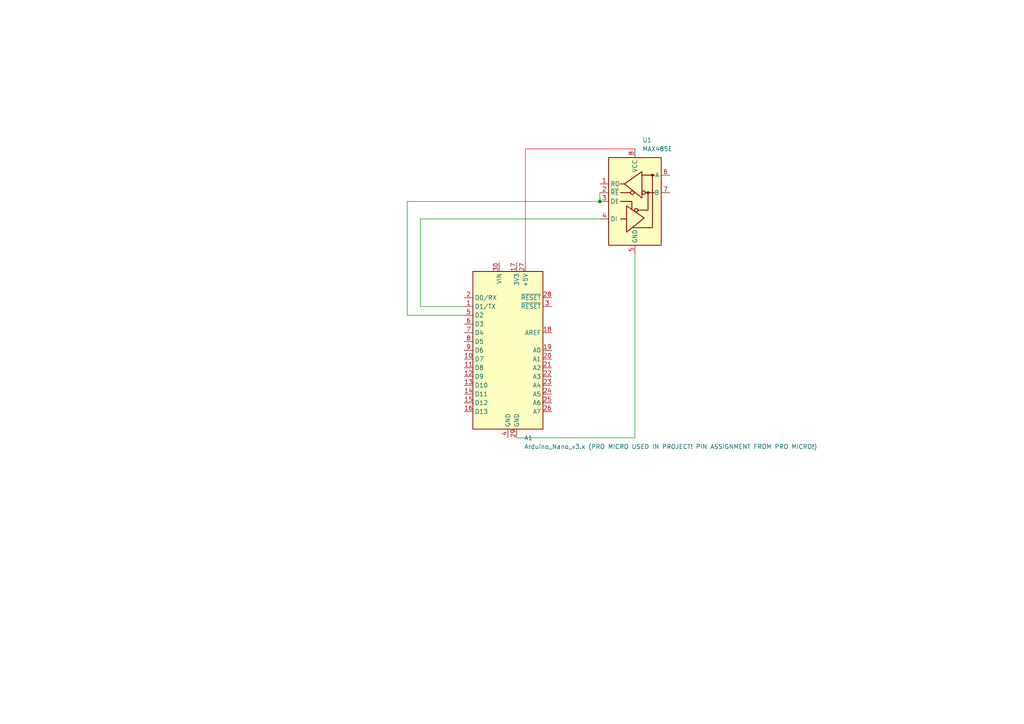
<source format=kicad_sch>
(kicad_sch (version 20250114) (generator "eeschema") (generator_version "9.0")
  (paper "A4")
  (title_block (title "ArtNetDMX Schaltplan") (date "2026-01-10") (rev "1") (company "Valentin König"))
  (lib_symbols
    (symbol "Interface_UART:MAX485E"
      (property "Reference" "U" (at -6.985 13.97 0))
      (property "Value" "MAX485E" (at 1.905 13.97 0))
      (symbol "MAX485E_0_1"
        (rectangle (start -7.62 12.7) (end 7.62 -12.7) (stroke (width 0.254)) (fill (type background)))
        (polyline (pts (xy -4.191 2.54) (xy -1.27 2.54)) (stroke (width 0.254)))
        (polyline (pts (xy -4.191 0) (xy -0.889 0) (xy -0.889 -2.286)) (stroke (width 0.254)))
        (polyline (pts (xy -3.175 5.08) (xy -4.191 5.08) (xy -4.064 5.08)) (stroke (width 0.254)))
        (polyline (pts (xy -2.54 -5.08) (xy -4.191 -5.08)) (stroke (width 0.254)))
        (polyline (pts (xy -2.413 -5.08) (xy -2.413 -1.27) (xy 2.667 -4.826) (xy -2.413 -8.89) (xy -2.413 -5.08)) (stroke (width 0.254)))
        (polyline (pts (xy -0.635 -7.62) (xy 5.08 -7.62)) (stroke (width 0.254)))
        (circle (center 0.381 -2.54) (radius 0.508) (stroke (width 0.254)))
        (polyline (pts (xy 0.889 -2.54) (xy 3.81 -2.54)) (stroke (width 0.254)))
        (polyline (pts (xy 2.032 7.62) (xy 5.715 7.62)) (stroke (width 0.254)))
        (polyline (pts (xy 3.048 2.54) (xy 5.715 2.54)) (stroke (width 0.254)))
        (circle (center 3.81 2.54) (radius 0.2794) (stroke (width 0.254)) (fill (type outline)))
        (polyline (pts (xy 3.81 -2.54) (xy 3.81 2.54)) (stroke (width 0.254)))
        (polyline (pts (xy 5.08 -7.62) (xy 5.08 7.62)) (stroke (width 0.254)))
      )
      (symbol "MAX485E_1_1"
        (circle (center -0.762 2.54) (radius 0.508) (stroke (width 0.254)))
        (polyline (pts (xy 2.032 4.826) (xy 2.032 8.636) (xy -3.048 5.08) (xy 2.032 1.016) (xy 2.032 4.826)) (stroke (width 0.254)))
        (circle (center 2.54 2.54) (radius 0.508) (stroke (width 0.254)))
        (circle (center 5.08 7.62) (radius 0.2794) (stroke (width 0.254)) (fill (type outline)))
        (pin output line (at -10.16 5.08 0) (length 2.54) (name "RO") (number "1"))
        (pin input line (at -10.16 2.54 0) (length 2.54) (name "~{RE}") (number "2"))
        (pin input line (at -10.16 0 0) (length 2.54) (name "DE") (number "3"))
        (pin input line (at -10.16 -5.08 0) (length 2.54) (name "DI") (number "4"))
        (pin power_in line (at 0 15.24 270) (length 2.54) (name "VCC") (number "8"))
        (pin power_in line (at 0 -15.24 90) (length 2.54) (name "GND") (number "5"))
        (pin bidirectional line (at 10.16 7.62 180) (length 2.54) (name "A") (number "6"))
        (pin bidirectional line (at 10.16 2.54 180) (length 2.54) (name "B") (number "7"))
      )
    )
    (symbol "MCU_Module:Arduino_Nano_v3.x"
      (property "Reference" "A" (at -10.16 23.495 0))
      (property "Value" "Arduino_Nano_v3.x" (at 5.08 -24.13 0))
      (symbol "Arduino_Nano_v3.x_0_1"
        (rectangle (start -10.16 22.86) (end 10.16 -22.86) (stroke (width 0.254)) (fill (type background)))
      )
      (symbol "Arduino_Nano_v3.x_1_1"
        (pin bidirectional line (at -12.7 15.24 0) (length 2.54) (name "D0/RX") (number "2"))
        (pin bidirectional line (at -12.7 12.7 0) (length 2.54) (name "D1/TX") (number "1"))
        (pin bidirectional line (at -12.7 10.16 0) (length 2.54) (name "D2") (number "5"))
        (pin bidirectional line (at -12.7 7.62 0) (length 2.54) (name "D3") (number "6"))
        (pin bidirectional line (at -12.7 5.08 0) (length 2.54) (name "D4") (number "7"))
        (pin bidirectional line (at -12.7 2.54 0) (length 2.54) (name "D5") (number "8"))
        (pin bidirectional line (at -12.7 0 0) (length 2.54) (name "D6") (number "9"))
        (pin bidirectional line (at -12.7 -2.54 0) (length 2.54) (name "D7") (number "10"))
        (pin bidirectional line (at -12.7 -5.08 0) (length 2.54) (name "D8") (number "11"))
        (pin bidirectional line (at -12.7 -7.62 0) (length 2.54) (name "D9") (number "12"))
        (pin bidirectional line (at -12.7 -10.16 0) (length 2.54) (name "D10") (number "13"))
        (pin bidirectional line (at -12.7 -12.7 0) (length 2.54) (name "D11") (number "14"))
        (pin bidirectional line (at -12.7 -15.24 0) (length 2.54) (name "D12") (number "15"))
        (pin bidirectional line (at -12.7 -17.78 0) (length 2.54) (name "D13") (number "16"))
        (pin power_in line (at -2.54 25.4 270) (length 2.54) (name "VIN") (number "30"))
        (pin power_in line (at 0 -25.4 90) (length 2.54) (name "GND") (number "4"))
        (pin power_out line (at 2.54 25.4 270) (length 2.54) (name "3V3") (number "17"))
        (pin power_in line (at 2.54 -25.4 90) (length 2.54) (name "GND") (number "29"))
        (pin power_out line (at 5.08 25.4 270) (length 2.54) (name "+5V") (number "27"))
        (pin input line (at 12.7 15.24 180) (length 2.54) (name "~{RESET}") (number "28"))
        (pin input line (at 12.7 12.7 180) (length 2.54) (name "~{RESET}") (number "3"))
        (pin input line (at 12.7 5.08 180) (length 2.54) (name "AREF") (number "18"))
        (pin bidirectional line (at 12.7 0 180) (length 2.54) (name "A0") (number "19"))
        (pin bidirectional line (at 12.7 -2.54 180) (length 2.54) (name "A1") (number "20"))
        (pin bidirectional line (at 12.7 -5.08 180) (length 2.54) (name "A2") (number "21"))
        (pin bidirectional line (at 12.7 -7.62 180) (length 2.54) (name "A3") (number "22"))
        (pin bidirectional line (at 12.7 -10.16 180) (length 2.54) (name "A4") (number "23"))
        (pin bidirectional line (at 12.7 -12.7 180) (length 2.54) (name "A5") (number "24"))
        (pin bidirectional line (at 12.7 -15.24 180) (length 2.54) (name "A6") (number "25"))
        (pin bidirectional line (at 12.7 -17.78 180) (length 2.54) (name "A7") (number "26"))
      )
    )
  )
  (junction (at 173.99 58.42))
  (wire (pts (xy 118.11 91.44) (xy 118.11 58.42)))
  (wire (pts (xy 121.92 63.5) (xy 173.99 63.5)))
  (wire (pts (xy 184.15 73.66) (xy 184.15 127)))
  (wire (pts (xy 134.62 88.9) (xy 121.92 88.9)))
  (wire (pts (xy 152.4 43.18) (xy 152.4 76.2)) (stroke (width 0) (color 255 0 11 1)))
  (wire (pts (xy 173.99 55.88) (xy 173.99 58.42)))
  (wire (pts (xy 184.15 127) (xy 149.86 127)))
  (wire (pts (xy 121.92 88.9) (xy 121.92 63.5)))
  (wire (pts (xy 134.62 91.44) (xy 118.11 91.44)))
  (wire (pts (xy 118.11 58.42) (xy 173.99 58.42)))
  (wire (pts (xy 184.15 43.18) (xy 152.4 43.18)) (stroke (width 0) (color 255 0 30 1)))
  (symbol (lib_id "Interface_UART:MAX485E") (at 184.15 58.42 0) (unit 1)
    (property "Reference" "U1" (at 186.2933 40.64 0) (effects (justify left)))
    (property "Value" "MAX485E" (at 186.2933 43.18 0) (effects (justify left)))
    (property "Footprint" "Package_SO:SOIC-8_3.9x4.9mm_P1.27mm" (effects (hide yes)))
    (property "Datasheet" "https://datasheets.maximintegrated.com/en/ds/MAX1487E-MAX491E.pdf" (effects (hide yes)))
    (property "Description" "Half duplex RS-485/RS-422, 2.5 Mbps, ±15kV electro-static discharge (ESD) protection, no slew-rate, no low-power shutdown, with receiver/driver enable, 32 receiver drive capability, DIP-8 and SOIC-8" (effects (hide yes)))
  )
  (symbol (lib_id "MCU_Module:Arduino_Nano_v3.x") (at 147.32 101.6 0) (unit 1)
    (property "Reference" "A1" (at 152.0033 127 0) (effects (justify left)))
    (property "Value" "Arduino_Nano_v3.x (PRO MICRO USED IN PROJECT! PIN ASSIGNMENT FROM PRO MICRO!)" (at 152.0033 129.54 0) (effects (justify left)))
    (property "Footprint" "Module:Arduino_UNO_R2" (effects (hide yes)))
    (property "Datasheet" "http://www.mouser.com/pdfdocs/Gravitech_Arduino_Nano3_0.pdf" (effects (hide yes)))
    (property "Description" "Arduino Nano v3.x" (effects (hide yes)))
  )
)
</source>
